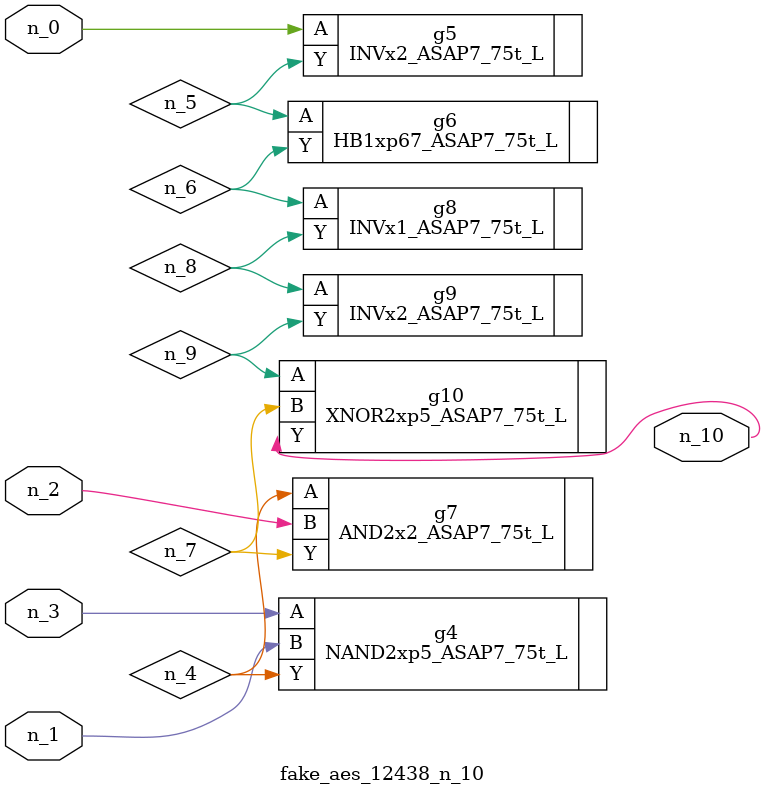
<source format=v>
module fake_aes_12438_n_10 (n_3, n_1, n_2, n_0, n_10);
input n_3;
input n_1;
input n_2;
input n_0;
output n_10;
wire n_6;
wire n_4;
wire n_9;
wire n_5;
wire n_8;
wire n_7;
NAND2xp5_ASAP7_75t_L g4 ( .A(n_3), .B(n_1), .Y(n_4) );
INVx2_ASAP7_75t_L g5 ( .A(n_0), .Y(n_5) );
HB1xp67_ASAP7_75t_L g6 ( .A(n_5), .Y(n_6) );
AND2x2_ASAP7_75t_L g7 ( .A(n_4), .B(n_2), .Y(n_7) );
INVx1_ASAP7_75t_L g8 ( .A(n_6), .Y(n_8) );
INVx2_ASAP7_75t_L g9 ( .A(n_8), .Y(n_9) );
XNOR2xp5_ASAP7_75t_L g10 ( .A(n_9), .B(n_7), .Y(n_10) );
endmodule
</source>
